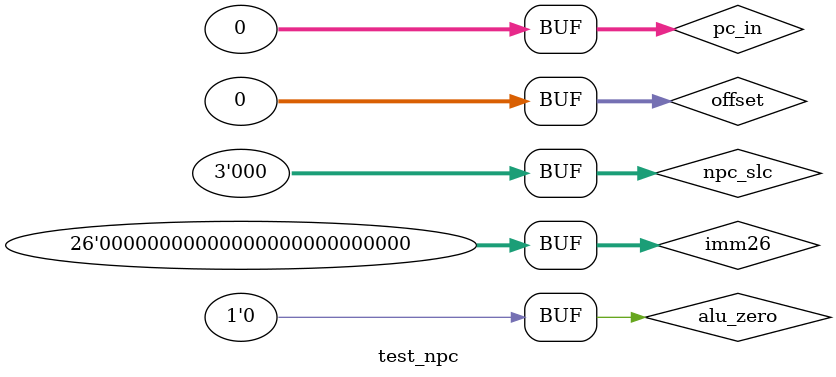
<source format=v>
`timescale 1ns / 1ps


module test_npc;

	// Inputs
	reg [2:0] npc_slc;
	reg [25:0] imm26;
	reg [31:0] offset;
	reg alu_zero;
	reg [31:0] pc_in;

	// Outputs
	wire [31:0] pc_out;
	wire [31:0] pc_4;

	// Instantiate the Unit Under Test (UUT)
	npc uut (
		.npc_slc(npc_slc), 
		.imm26(imm26), 
		.offset(offset), 
		.alu_zero(alu_zero), 
		.pc_in(pc_in), 
		.pc_out(pc_out), 
		.pc_4(pc_4)
	);

	initial begin
		// Initialize Inputs
		npc_slc = 0;
		imm26 = 0;
		offset = 0;
		alu_zero = 0;
		pc_in = 0;

		// Wait 100 ns for global reset to finish
		#100;
        
		// Add stimulus here

	end
      
endmodule


</source>
